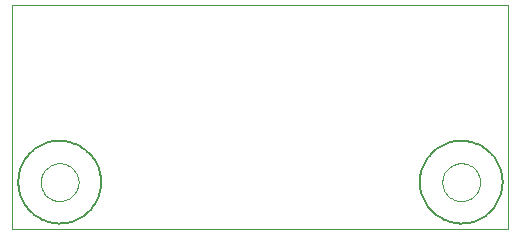
<source format=gbo>
G75*
G70*
%OFA0B0*%
%FSLAX24Y24*%
%IPPOS*%
%LPD*%
%AMOC8*
5,1,8,0,0,1.08239X$1,22.5*
%
%ADD10C,0.0000*%
%ADD11C,0.0079*%
D10*
X000100Y000264D02*
X000100Y007744D01*
X016635Y007744D01*
X016635Y000264D01*
X000100Y000264D01*
X001045Y001838D02*
X001047Y001888D01*
X001053Y001938D01*
X001063Y001987D01*
X001077Y002035D01*
X001094Y002082D01*
X001115Y002127D01*
X001140Y002171D01*
X001168Y002212D01*
X001200Y002251D01*
X001234Y002288D01*
X001271Y002322D01*
X001311Y002352D01*
X001353Y002379D01*
X001397Y002403D01*
X001443Y002424D01*
X001490Y002440D01*
X001538Y002453D01*
X001588Y002462D01*
X001637Y002467D01*
X001688Y002468D01*
X001738Y002465D01*
X001787Y002458D01*
X001836Y002447D01*
X001884Y002432D01*
X001930Y002414D01*
X001975Y002392D01*
X002018Y002366D01*
X002059Y002337D01*
X002098Y002305D01*
X002134Y002270D01*
X002166Y002232D01*
X002196Y002192D01*
X002223Y002149D01*
X002246Y002105D01*
X002265Y002059D01*
X002281Y002011D01*
X002293Y001962D01*
X002301Y001913D01*
X002305Y001863D01*
X002305Y001813D01*
X002301Y001763D01*
X002293Y001714D01*
X002281Y001665D01*
X002265Y001617D01*
X002246Y001571D01*
X002223Y001527D01*
X002196Y001484D01*
X002166Y001444D01*
X002134Y001406D01*
X002098Y001371D01*
X002059Y001339D01*
X002018Y001310D01*
X001975Y001284D01*
X001930Y001262D01*
X001884Y001244D01*
X001836Y001229D01*
X001787Y001218D01*
X001738Y001211D01*
X001688Y001208D01*
X001637Y001209D01*
X001588Y001214D01*
X001538Y001223D01*
X001490Y001236D01*
X001443Y001252D01*
X001397Y001273D01*
X001353Y001297D01*
X001311Y001324D01*
X001271Y001354D01*
X001234Y001388D01*
X001200Y001425D01*
X001168Y001464D01*
X001140Y001505D01*
X001115Y001549D01*
X001094Y001594D01*
X001077Y001641D01*
X001063Y001689D01*
X001053Y001738D01*
X001047Y001788D01*
X001045Y001838D01*
X014431Y001838D02*
X014433Y001888D01*
X014439Y001938D01*
X014449Y001987D01*
X014463Y002035D01*
X014480Y002082D01*
X014501Y002127D01*
X014526Y002171D01*
X014554Y002212D01*
X014586Y002251D01*
X014620Y002288D01*
X014657Y002322D01*
X014697Y002352D01*
X014739Y002379D01*
X014783Y002403D01*
X014829Y002424D01*
X014876Y002440D01*
X014924Y002453D01*
X014974Y002462D01*
X015023Y002467D01*
X015074Y002468D01*
X015124Y002465D01*
X015173Y002458D01*
X015222Y002447D01*
X015270Y002432D01*
X015316Y002414D01*
X015361Y002392D01*
X015404Y002366D01*
X015445Y002337D01*
X015484Y002305D01*
X015520Y002270D01*
X015552Y002232D01*
X015582Y002192D01*
X015609Y002149D01*
X015632Y002105D01*
X015651Y002059D01*
X015667Y002011D01*
X015679Y001962D01*
X015687Y001913D01*
X015691Y001863D01*
X015691Y001813D01*
X015687Y001763D01*
X015679Y001714D01*
X015667Y001665D01*
X015651Y001617D01*
X015632Y001571D01*
X015609Y001527D01*
X015582Y001484D01*
X015552Y001444D01*
X015520Y001406D01*
X015484Y001371D01*
X015445Y001339D01*
X015404Y001310D01*
X015361Y001284D01*
X015316Y001262D01*
X015270Y001244D01*
X015222Y001229D01*
X015173Y001218D01*
X015124Y001211D01*
X015074Y001208D01*
X015023Y001209D01*
X014974Y001214D01*
X014924Y001223D01*
X014876Y001236D01*
X014829Y001252D01*
X014783Y001273D01*
X014739Y001297D01*
X014697Y001324D01*
X014657Y001354D01*
X014620Y001388D01*
X014586Y001425D01*
X014554Y001464D01*
X014526Y001505D01*
X014501Y001549D01*
X014480Y001594D01*
X014463Y001641D01*
X014449Y001689D01*
X014439Y001738D01*
X014433Y001788D01*
X014431Y001838D01*
D11*
X013683Y001838D02*
X013685Y001912D01*
X013691Y001986D01*
X013701Y002059D01*
X013715Y002132D01*
X013732Y002204D01*
X013754Y002274D01*
X013779Y002344D01*
X013808Y002412D01*
X013841Y002478D01*
X013877Y002543D01*
X013917Y002605D01*
X013959Y002666D01*
X014005Y002724D01*
X014054Y002779D01*
X014106Y002832D01*
X014161Y002882D01*
X014218Y002928D01*
X014278Y002972D01*
X014340Y003012D01*
X014404Y003049D01*
X014470Y003083D01*
X014538Y003113D01*
X014607Y003139D01*
X014678Y003162D01*
X014749Y003180D01*
X014822Y003195D01*
X014895Y003206D01*
X014969Y003213D01*
X015043Y003216D01*
X015116Y003215D01*
X015190Y003210D01*
X015264Y003201D01*
X015337Y003188D01*
X015409Y003171D01*
X015480Y003151D01*
X015550Y003126D01*
X015618Y003098D01*
X015685Y003067D01*
X015750Y003031D01*
X015813Y002993D01*
X015874Y002951D01*
X015933Y002905D01*
X015989Y002857D01*
X016042Y002806D01*
X016092Y002752D01*
X016140Y002695D01*
X016184Y002636D01*
X016226Y002574D01*
X016264Y002511D01*
X016298Y002445D01*
X016329Y002378D01*
X016356Y002309D01*
X016379Y002239D01*
X016399Y002168D01*
X016415Y002095D01*
X016427Y002022D01*
X016435Y001949D01*
X016439Y001875D01*
X016439Y001801D01*
X016435Y001727D01*
X016427Y001654D01*
X016415Y001581D01*
X016399Y001508D01*
X016379Y001437D01*
X016356Y001367D01*
X016329Y001298D01*
X016298Y001231D01*
X016264Y001165D01*
X016226Y001102D01*
X016184Y001040D01*
X016140Y000981D01*
X016092Y000924D01*
X016042Y000870D01*
X015989Y000819D01*
X015933Y000771D01*
X015874Y000725D01*
X015813Y000683D01*
X015750Y000645D01*
X015685Y000609D01*
X015618Y000578D01*
X015550Y000550D01*
X015480Y000525D01*
X015409Y000505D01*
X015337Y000488D01*
X015264Y000475D01*
X015190Y000466D01*
X015116Y000461D01*
X015043Y000460D01*
X014969Y000463D01*
X014895Y000470D01*
X014822Y000481D01*
X014749Y000496D01*
X014678Y000514D01*
X014607Y000537D01*
X014538Y000563D01*
X014470Y000593D01*
X014404Y000627D01*
X014340Y000664D01*
X014278Y000704D01*
X014218Y000748D01*
X014161Y000794D01*
X014106Y000844D01*
X014054Y000897D01*
X014005Y000952D01*
X013959Y001010D01*
X013917Y001071D01*
X013877Y001133D01*
X013841Y001198D01*
X013808Y001264D01*
X013779Y001332D01*
X013754Y001402D01*
X013732Y001472D01*
X013715Y001544D01*
X013701Y001617D01*
X013691Y001690D01*
X013685Y001764D01*
X013683Y001838D01*
X000297Y001838D02*
X000299Y001912D01*
X000305Y001986D01*
X000315Y002059D01*
X000329Y002132D01*
X000346Y002204D01*
X000368Y002274D01*
X000393Y002344D01*
X000422Y002412D01*
X000455Y002478D01*
X000491Y002543D01*
X000531Y002605D01*
X000573Y002666D01*
X000619Y002724D01*
X000668Y002779D01*
X000720Y002832D01*
X000775Y002882D01*
X000832Y002928D01*
X000892Y002972D01*
X000954Y003012D01*
X001018Y003049D01*
X001084Y003083D01*
X001152Y003113D01*
X001221Y003139D01*
X001292Y003162D01*
X001363Y003180D01*
X001436Y003195D01*
X001509Y003206D01*
X001583Y003213D01*
X001657Y003216D01*
X001730Y003215D01*
X001804Y003210D01*
X001878Y003201D01*
X001951Y003188D01*
X002023Y003171D01*
X002094Y003151D01*
X002164Y003126D01*
X002232Y003098D01*
X002299Y003067D01*
X002364Y003031D01*
X002427Y002993D01*
X002488Y002951D01*
X002547Y002905D01*
X002603Y002857D01*
X002656Y002806D01*
X002706Y002752D01*
X002754Y002695D01*
X002798Y002636D01*
X002840Y002574D01*
X002878Y002511D01*
X002912Y002445D01*
X002943Y002378D01*
X002970Y002309D01*
X002993Y002239D01*
X003013Y002168D01*
X003029Y002095D01*
X003041Y002022D01*
X003049Y001949D01*
X003053Y001875D01*
X003053Y001801D01*
X003049Y001727D01*
X003041Y001654D01*
X003029Y001581D01*
X003013Y001508D01*
X002993Y001437D01*
X002970Y001367D01*
X002943Y001298D01*
X002912Y001231D01*
X002878Y001165D01*
X002840Y001102D01*
X002798Y001040D01*
X002754Y000981D01*
X002706Y000924D01*
X002656Y000870D01*
X002603Y000819D01*
X002547Y000771D01*
X002488Y000725D01*
X002427Y000683D01*
X002364Y000645D01*
X002299Y000609D01*
X002232Y000578D01*
X002164Y000550D01*
X002094Y000525D01*
X002023Y000505D01*
X001951Y000488D01*
X001878Y000475D01*
X001804Y000466D01*
X001730Y000461D01*
X001657Y000460D01*
X001583Y000463D01*
X001509Y000470D01*
X001436Y000481D01*
X001363Y000496D01*
X001292Y000514D01*
X001221Y000537D01*
X001152Y000563D01*
X001084Y000593D01*
X001018Y000627D01*
X000954Y000664D01*
X000892Y000704D01*
X000832Y000748D01*
X000775Y000794D01*
X000720Y000844D01*
X000668Y000897D01*
X000619Y000952D01*
X000573Y001010D01*
X000531Y001071D01*
X000491Y001133D01*
X000455Y001198D01*
X000422Y001264D01*
X000393Y001332D01*
X000368Y001402D01*
X000346Y001472D01*
X000329Y001544D01*
X000315Y001617D01*
X000305Y001690D01*
X000299Y001764D01*
X000297Y001838D01*
M02*

</source>
